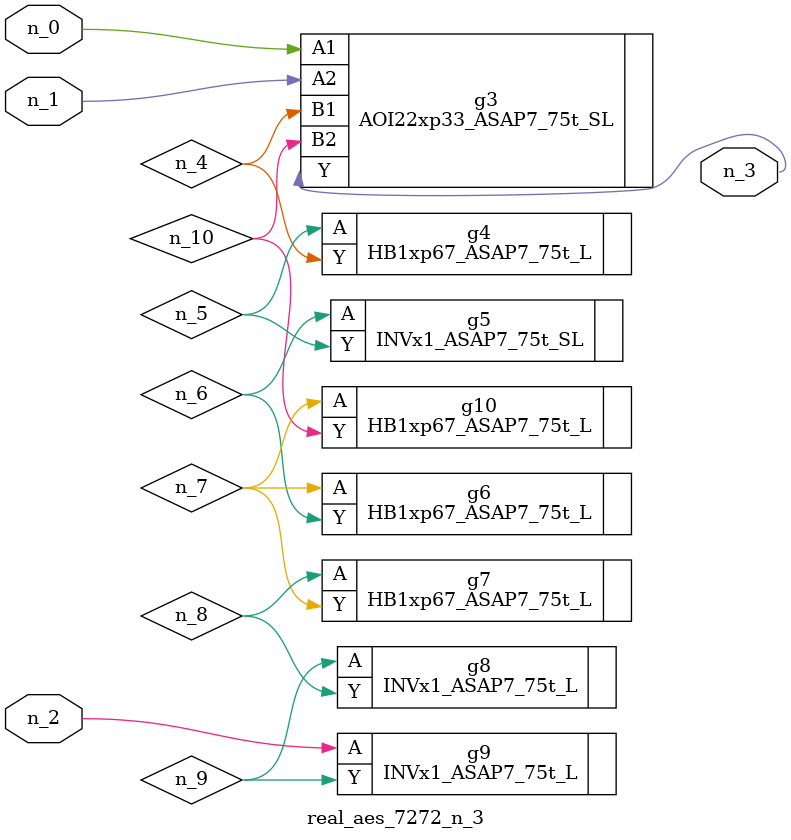
<source format=v>
module real_aes_7272_n_3 (n_0, n_2, n_1, n_3);
input n_0;
input n_2;
input n_1;
output n_3;
wire n_4;
wire n_5;
wire n_7;
wire n_8;
wire n_6;
wire n_9;
wire n_10;
AOI22xp33_ASAP7_75t_SL g3 ( .A1(n_0), .A2(n_1), .B1(n_4), .B2(n_10), .Y(n_3) );
INVx1_ASAP7_75t_L g9 ( .A(n_2), .Y(n_9) );
HB1xp67_ASAP7_75t_L g4 ( .A(n_5), .Y(n_4) );
INVx1_ASAP7_75t_SL g5 ( .A(n_6), .Y(n_5) );
HB1xp67_ASAP7_75t_L g6 ( .A(n_7), .Y(n_6) );
HB1xp67_ASAP7_75t_L g10 ( .A(n_7), .Y(n_10) );
HB1xp67_ASAP7_75t_L g7 ( .A(n_8), .Y(n_7) );
INVx1_ASAP7_75t_L g8 ( .A(n_9), .Y(n_8) );
endmodule
</source>
